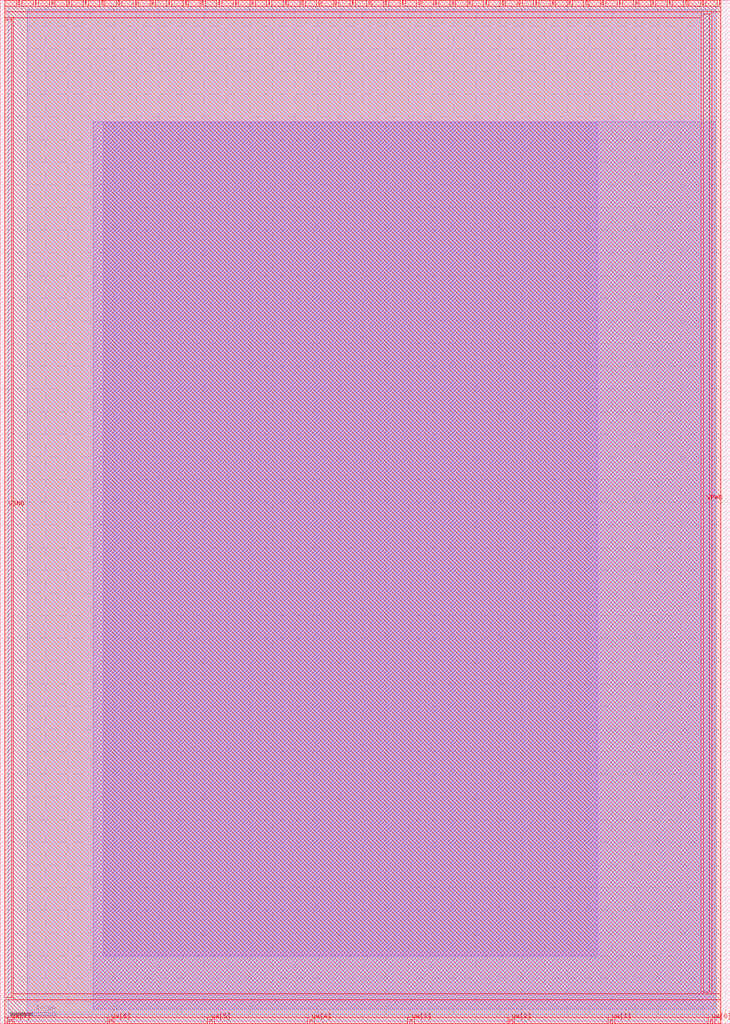
<source format=lef>
MACRO tt_um_psychogenic_wowa
  CLASS BLOCK ;
  FOREIGN tt_um_psychogenic_wowa ;
  ORIGIN 0.000 0.000 ;
  SIZE 161.000 BY 225.760 ;
  PIN clk
    DIRECTION INPUT ;
    USE SIGNAL ;
    ANTENNAGATEAREA 0.852000 ;
    PORT
      LAYER met4 ;
        RECT 154.870 224.760 155.170 225.760 ;
    END
  END clk
  PIN ena
    DIRECTION INPUT ;
    USE SIGNAL ;
    PORT
      LAYER met4 ;
        RECT 158.550 224.760 158.850 225.760 ;
    END
  END ena
  PIN rst_n
    DIRECTION INPUT ;
    USE SIGNAL ;
    PORT
      LAYER met4 ;
        RECT 151.190 224.760 151.490 225.760 ;
    END
  END rst_n
  PIN ua[0]
    DIRECTION INOUT ;
    USE SIGNAL ;
    ANTENNAGATEAREA 0.196500 ;
    ANTENNADIFFAREA 3.190000 ;
    PORT
      LAYER met4 ;
        RECT 156.560 0.000 157.160 1.000 ;
    END
  END ua[0]
  PIN ua[1]
    DIRECTION INOUT ;
    USE SIGNAL ;
    ANTENNADIFFAREA 4.060000 ;
    PORT
      LAYER met4 ;
        RECT 134.480 0.000 135.080 1.000 ;
    END
  END ua[1]
  PIN ua[2]
    DIRECTION INOUT ;
    USE SIGNAL ;
    ANTENNAGATEAREA 1.250000 ;
    PORT
      LAYER met4 ;
        RECT 112.400 0.000 113.000 1.000 ;
    END
  END ua[2]
  PIN ua[3]
    DIRECTION INOUT ;
    USE SIGNAL ;
    ANTENNAGATEAREA 1.250000 ;
    ANTENNADIFFAREA 1.160000 ;
    PORT
      LAYER met4 ;
        RECT 90.320 0.000 90.920 1.000 ;
    END
  END ua[3]
  PIN ua[4]
    DIRECTION INOUT ;
    USE SIGNAL ;
    ANTENNADIFFAREA 1.160000 ;
    PORT
      LAYER met4 ;
        RECT 68.240 0.000 68.840 1.000 ;
    END
  END ua[4]
  PIN ua[5]
    DIRECTION INOUT ;
    USE SIGNAL ;
    ANTENNADIFFAREA 1.160000 ;
    PORT
      LAYER met4 ;
        RECT 46.160 0.000 46.760 1.000 ;
    END
  END ua[5]
  PIN ua[6]
    DIRECTION INOUT ;
    USE SIGNAL ;
    PORT
      LAYER met4 ;
        RECT 24.080 0.000 24.680 1.000 ;
    END
  END ua[6]
  PIN ua[7]
    DIRECTION INOUT ;
    USE SIGNAL ;
    PORT
      LAYER met4 ;
        RECT 2.000 0.000 2.600 1.000 ;
    END
  END ua[7]
  PIN ui_in[0]
    DIRECTION INPUT ;
    USE SIGNAL ;
    ANTENNAGATEAREA 0.159000 ;
    PORT
      LAYER met4 ;
        RECT 147.510 224.760 147.810 225.760 ;
    END
  END ui_in[0]
  PIN ui_in[1]
    DIRECTION INPUT ;
    USE SIGNAL ;
    ANTENNAGATEAREA 0.196500 ;
    PORT
      LAYER met4 ;
        RECT 143.830 224.760 144.130 225.760 ;
    END
  END ui_in[1]
  PIN ui_in[2]
    DIRECTION INPUT ;
    USE SIGNAL ;
    ANTENNAGATEAREA 0.196500 ;
    PORT
      LAYER met4 ;
        RECT 140.150 224.760 140.450 225.760 ;
    END
  END ui_in[2]
  PIN ui_in[3]
    DIRECTION INPUT ;
    USE SIGNAL ;
    ANTENNAGATEAREA 0.196500 ;
    ANTENNADIFFAREA 0.434700 ;
    PORT
      LAYER met4 ;
        RECT 136.470 224.760 136.770 225.760 ;
    END
  END ui_in[3]
  PIN ui_in[4]
    DIRECTION INPUT ;
    USE SIGNAL ;
    PORT
      LAYER met4 ;
        RECT 132.790 224.760 133.090 225.760 ;
    END
  END ui_in[4]
  PIN ui_in[5]
    DIRECTION INPUT ;
    USE SIGNAL ;
    PORT
      LAYER met4 ;
        RECT 129.110 224.760 129.410 225.760 ;
    END
  END ui_in[5]
  PIN ui_in[6]
    DIRECTION INPUT ;
    USE SIGNAL ;
    PORT
      LAYER met4 ;
        RECT 125.430 224.760 125.730 225.760 ;
    END
  END ui_in[6]
  PIN ui_in[7]
    DIRECTION INPUT ;
    USE SIGNAL ;
    PORT
      LAYER met4 ;
        RECT 121.750 224.760 122.050 225.760 ;
    END
  END ui_in[7]
  PIN uio_in[0]
    DIRECTION INPUT ;
    USE SIGNAL ;
    PORT
      LAYER met4 ;
        RECT 118.070 224.760 118.370 225.760 ;
    END
  END uio_in[0]
  PIN uio_in[1]
    DIRECTION INPUT ;
    USE SIGNAL ;
    PORT
      LAYER met4 ;
        RECT 114.390 224.760 114.690 225.760 ;
    END
  END uio_in[1]
  PIN uio_in[2]
    DIRECTION INPUT ;
    USE SIGNAL ;
    PORT
      LAYER met4 ;
        RECT 110.710 224.760 111.010 225.760 ;
    END
  END uio_in[2]
  PIN uio_in[3]
    DIRECTION INPUT ;
    USE SIGNAL ;
    PORT
      LAYER met4 ;
        RECT 107.030 224.760 107.330 225.760 ;
    END
  END uio_in[3]
  PIN uio_in[4]
    DIRECTION INPUT ;
    USE SIGNAL ;
    PORT
      LAYER met4 ;
        RECT 103.350 224.760 103.650 225.760 ;
    END
  END uio_in[4]
  PIN uio_in[5]
    DIRECTION INPUT ;
    USE SIGNAL ;
    PORT
      LAYER met4 ;
        RECT 99.670 224.760 99.970 225.760 ;
    END
  END uio_in[5]
  PIN uio_in[6]
    DIRECTION INPUT ;
    USE SIGNAL ;
    PORT
      LAYER met4 ;
        RECT 95.990 224.760 96.290 225.760 ;
    END
  END uio_in[6]
  PIN uio_in[7]
    DIRECTION INPUT ;
    USE SIGNAL ;
    PORT
      LAYER met4 ;
        RECT 92.310 224.760 92.610 225.760 ;
    END
  END uio_in[7]
  PIN uio_oe[0]
    DIRECTION OUTPUT ;
    USE SIGNAL ;
    ANTENNAGATEAREA 266.685486 ;
    ANTENNADIFFAREA 347.309570 ;
    PORT
      LAYER met4 ;
        RECT 29.750 224.760 30.050 225.760 ;
    END
  END uio_oe[0]
  PIN uio_oe[1]
    DIRECTION OUTPUT ;
    USE SIGNAL ;
    ANTENNAGATEAREA 266.685486 ;
    ANTENNADIFFAREA 347.309570 ;
    PORT
      LAYER met4 ;
        RECT 26.070 224.760 26.370 225.760 ;
    END
  END uio_oe[1]
  PIN uio_oe[2]
    DIRECTION OUTPUT ;
    USE SIGNAL ;
    ANTENNAGATEAREA 266.685486 ;
    ANTENNADIFFAREA 347.309570 ;
    PORT
      LAYER met4 ;
        RECT 22.390 224.760 22.690 225.760 ;
    END
  END uio_oe[2]
  PIN uio_oe[3]
    DIRECTION OUTPUT ;
    USE SIGNAL ;
    ANTENNAGATEAREA 266.685486 ;
    ANTENNADIFFAREA 347.309570 ;
    PORT
      LAYER met4 ;
        RECT 18.710 224.760 19.010 225.760 ;
    END
  END uio_oe[3]
  PIN uio_oe[4]
    DIRECTION OUTPUT ;
    USE SIGNAL ;
    ANTENNAGATEAREA 266.685486 ;
    ANTENNADIFFAREA 347.309570 ;
    PORT
      LAYER met4 ;
        RECT 15.030 224.760 15.330 225.760 ;
    END
  END uio_oe[4]
  PIN uio_oe[5]
    DIRECTION OUTPUT ;
    USE SIGNAL ;
    ANTENNAGATEAREA 266.685486 ;
    ANTENNADIFFAREA 347.309570 ;
    PORT
      LAYER met4 ;
        RECT 11.350 224.760 11.650 225.760 ;
    END
  END uio_oe[5]
  PIN uio_oe[6]
    DIRECTION OUTPUT ;
    USE SIGNAL ;
    ANTENNAGATEAREA 266.685486 ;
    ANTENNADIFFAREA 347.309570 ;
    PORT
      LAYER met4 ;
        RECT 7.670 224.760 7.970 225.760 ;
    END
  END uio_oe[6]
  PIN uio_oe[7]
    DIRECTION OUTPUT ;
    USE SIGNAL ;
    ANTENNAGATEAREA 266.685486 ;
    ANTENNADIFFAREA 347.309570 ;
    PORT
      LAYER met4 ;
        RECT 3.990 224.760 4.290 225.760 ;
    END
  END uio_oe[7]
  PIN uio_out[0]
    DIRECTION OUTPUT ;
    USE SIGNAL ;
    ANTENNADIFFAREA 0.340600 ;
    PORT
      LAYER met4 ;
        RECT 59.190 224.760 59.490 225.760 ;
    END
  END uio_out[0]
  PIN uio_out[1]
    DIRECTION OUTPUT ;
    USE SIGNAL ;
    ANTENNAGATEAREA 415.520691 ;
    ANTENNADIFFAREA 450.978302 ;
    PORT
      LAYER met4 ;
        RECT 55.510 224.760 55.810 225.760 ;
    END
  END uio_out[1]
  PIN uio_out[2]
    DIRECTION OUTPUT ;
    USE SIGNAL ;
    ANTENNAGATEAREA 415.520691 ;
    ANTENNADIFFAREA 450.978302 ;
    PORT
      LAYER met4 ;
        RECT 51.830 224.760 52.130 225.760 ;
    END
  END uio_out[2]
  PIN uio_out[3]
    DIRECTION OUTPUT ;
    USE SIGNAL ;
    ANTENNAGATEAREA 415.520691 ;
    ANTENNADIFFAREA 450.978302 ;
    PORT
      LAYER met4 ;
        RECT 48.150 224.760 48.450 225.760 ;
    END
  END uio_out[3]
  PIN uio_out[4]
    DIRECTION OUTPUT ;
    USE SIGNAL ;
    ANTENNAGATEAREA 266.685486 ;
    ANTENNADIFFAREA 347.309570 ;
    PORT
      LAYER met4 ;
        RECT 44.470 224.760 44.770 225.760 ;
    END
  END uio_out[4]
  PIN uio_out[5]
    DIRECTION OUTPUT ;
    USE SIGNAL ;
    ANTENNAGATEAREA 266.685486 ;
    ANTENNADIFFAREA 347.309570 ;
    PORT
      LAYER met4 ;
        RECT 40.790 224.760 41.090 225.760 ;
    END
  END uio_out[5]
  PIN uio_out[6]
    DIRECTION OUTPUT ;
    USE SIGNAL ;
    ANTENNAGATEAREA 266.685486 ;
    ANTENNADIFFAREA 347.309570 ;
    PORT
      LAYER met4 ;
        RECT 37.110 224.760 37.410 225.760 ;
    END
  END uio_out[6]
  PIN uio_out[7]
    DIRECTION OUTPUT ;
    USE SIGNAL ;
    ANTENNAGATEAREA 266.685486 ;
    ANTENNADIFFAREA 347.309570 ;
    PORT
      LAYER met4 ;
        RECT 33.430 224.760 33.730 225.760 ;
    END
  END uio_out[7]
  PIN uo_out[0]
    DIRECTION OUTPUT ;
    USE SIGNAL ;
    ANTENNADIFFAREA 0.340600 ;
    PORT
      LAYER met4 ;
        RECT 88.630 224.760 88.930 225.760 ;
    END
  END uo_out[0]
  PIN uo_out[1]
    DIRECTION OUTPUT ;
    USE SIGNAL ;
    ANTENNADIFFAREA 0.340600 ;
    PORT
      LAYER met4 ;
        RECT 84.950 224.760 85.250 225.760 ;
    END
  END uo_out[1]
  PIN uo_out[2]
    DIRECTION OUTPUT ;
    USE SIGNAL ;
    ANTENNADIFFAREA 0.340600 ;
    PORT
      LAYER met4 ;
        RECT 81.270 224.760 81.570 225.760 ;
    END
  END uo_out[2]
  PIN uo_out[3]
    DIRECTION OUTPUT ;
    USE SIGNAL ;
    ANTENNADIFFAREA 0.340600 ;
    PORT
      LAYER met4 ;
        RECT 77.590 224.760 77.890 225.760 ;
    END
  END uo_out[3]
  PIN uo_out[4]
    DIRECTION OUTPUT ;
    USE SIGNAL ;
    ANTENNADIFFAREA 0.340600 ;
    PORT
      LAYER met4 ;
        RECT 73.910 224.760 74.210 225.760 ;
    END
  END uo_out[4]
  PIN uo_out[5]
    DIRECTION OUTPUT ;
    USE SIGNAL ;
    ANTENNADIFFAREA 0.340600 ;
    PORT
      LAYER met4 ;
        RECT 70.230 224.760 70.530 225.760 ;
    END
  END uo_out[5]
  PIN uo_out[6]
    DIRECTION OUTPUT ;
    USE SIGNAL ;
    ANTENNADIFFAREA 0.340600 ;
    PORT
      LAYER met4 ;
        RECT 66.550 224.760 66.850 225.760 ;
    END
  END uo_out[6]
  PIN uo_out[7]
    DIRECTION OUTPUT ;
    USE SIGNAL ;
    ANTENNADIFFAREA 0.340600 ;
    PORT
      LAYER met4 ;
        RECT 62.870 224.760 63.170 225.760 ;
    END
  END uo_out[7]
  PIN VPWR
    DIRECTION INOUT ;
    USE POWER ;
    PORT
      LAYER met4 ;
        RECT 155.000 7.000 156.500 222.760 ;
    END
  END VPWR
  PIN VGND 
    DIRECTION INOUT ;
    USE GROUND ;
    PORT
      LAYER met4 ;
        RECT 1.000 5.700 2.500 221.450 ;
    END
  END VGND 
  OBS
      LAYER li1 ;
        RECT 22.730 14.900 131.700 198.745 ;
      LAYER met1 ;
        RECT 20.500 3.220 157.915 198.900 ;
      LAYER met2 ;
        RECT 5.955 1.960 157.900 223.600 ;
      LAYER met3 ;
        RECT 1.770 0.600 157.900 224.450 ;
      LAYER met4 ;
        RECT 1.000 224.360 3.590 225.750 ;
        RECT 4.690 224.360 7.270 225.750 ;
        RECT 8.370 224.360 10.950 225.750 ;
        RECT 12.050 224.360 14.630 225.750 ;
        RECT 15.730 224.360 18.310 225.750 ;
        RECT 19.410 224.360 21.990 225.750 ;
        RECT 23.090 224.360 25.670 225.750 ;
        RECT 26.770 224.360 29.350 225.750 ;
        RECT 30.450 224.360 33.030 225.750 ;
        RECT 34.130 224.360 36.710 225.750 ;
        RECT 37.810 224.360 40.390 225.750 ;
        RECT 41.490 224.360 44.070 225.750 ;
        RECT 45.170 224.360 47.750 225.750 ;
        RECT 48.850 224.360 51.430 225.750 ;
        RECT 52.530 224.360 55.110 225.750 ;
        RECT 56.210 224.360 58.790 225.750 ;
        RECT 59.890 224.360 62.470 225.750 ;
        RECT 63.570 224.360 66.150 225.750 ;
        RECT 67.250 224.360 69.830 225.750 ;
        RECT 70.930 224.360 73.510 225.750 ;
        RECT 74.610 224.360 77.190 225.750 ;
        RECT 78.290 224.360 80.870 225.750 ;
        RECT 81.970 224.360 84.550 225.750 ;
        RECT 85.650 224.360 88.230 225.750 ;
        RECT 89.330 224.360 91.910 225.750 ;
        RECT 93.010 224.360 95.590 225.750 ;
        RECT 96.690 224.360 99.270 225.750 ;
        RECT 100.370 224.360 102.950 225.750 ;
        RECT 104.050 224.360 106.630 225.750 ;
        RECT 107.730 224.360 110.310 225.750 ;
        RECT 111.410 224.360 113.990 225.750 ;
        RECT 115.090 224.360 117.670 225.750 ;
        RECT 118.770 224.360 121.350 225.750 ;
        RECT 122.450 224.360 125.030 225.750 ;
        RECT 126.130 224.360 128.710 225.750 ;
        RECT 129.810 224.360 132.390 225.750 ;
        RECT 133.490 224.360 136.070 225.750 ;
        RECT 137.170 224.360 139.750 225.750 ;
        RECT 140.850 224.360 143.430 225.750 ;
        RECT 144.530 224.360 147.110 225.750 ;
        RECT 148.210 224.360 150.790 225.750 ;
        RECT 151.890 224.360 154.470 225.750 ;
        RECT 155.570 224.360 158.150 225.750 ;
        RECT 1.000 223.160 158.950 224.360 ;
        RECT 1.000 221.850 154.600 223.160 ;
        RECT 1.000 221.450 2.500 221.850 ;
        RECT 2.900 6.600 154.600 221.850 ;
        RECT 156.900 6.600 158.950 223.160 ;
        RECT 2.900 5.300 158.950 6.600 ;
        RECT 1.000 1.400 158.950 5.300 ;
        RECT 1.000 0.000 1.600 1.400 ;
        RECT 3.000 0.000 23.680 1.400 ;
        RECT 25.080 0.000 45.760 1.400 ;
        RECT 47.160 0.000 67.840 1.400 ;
        RECT 69.240 0.000 89.920 1.400 ;
        RECT 91.320 0.000 112.000 1.400 ;
        RECT 113.400 0.000 134.080 1.400 ;
        RECT 135.480 0.000 156.160 1.400 ;
        RECT 157.560 0.000 158.950 1.400 ;
  END
END tt_um_psychogenic_wowa
END LIBRARY


</source>
